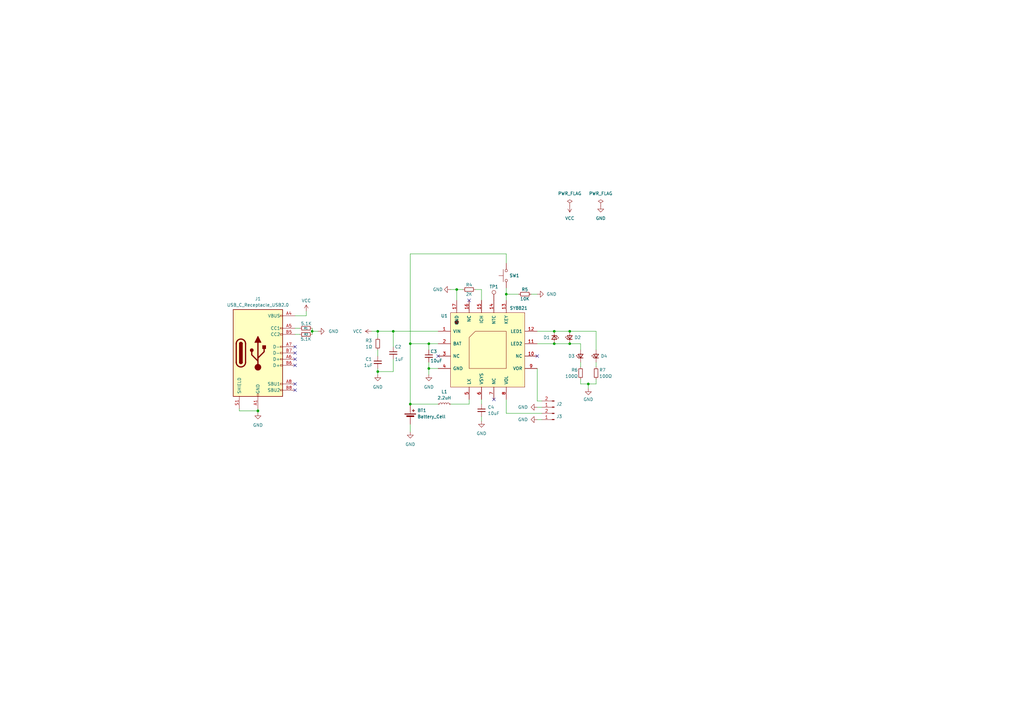
<source format=kicad_sch>
(kicad_sch (version 20230121) (generator eeschema)
  (paper "A3")
  (title_block (title "SY8821-KEY-Demo") (date "2023-11-24") (rev "1.0") (company "CyberTek Inc."))
  (lib_symbols
    (symbol "Base_Libs:SY8821" (pin_names (offset 1.016))
      (property "Reference" "U" (at 0 2.54 0))
      (property "Value" "SY8821" (at 0 -2.54 0))
      (symbol "SY8821_1_1"
        (rectangle (start -15.24 15.24) (end 15.24 -15.24) (stroke (width 0.1524)) (fill (type background)))
        (circle (center -12.7 11.43) (radius 0.762) (stroke (width 0.1524)) (fill (type outline)))
        (polyline (pts (xy -7.62 5.08) (xy -7.62 -7.62) (xy 7.62 -7.62) (xy 7.62 7.62) (xy -5.08 7.62) (xy -7.62 5.08) (xy -7.62 5.08) (xy -7.62 5.08)) (stroke (width 0.1524)))
        (pin input line (at -20.32 7.62 0) (length 5.08) (name "VIN") (number "1"))
        (pin input line (at 20.32 -2.54 180) (length 5.08) (name "NC") (number "10"))
        (pin input line (at 20.32 2.54 180) (length 5.08) (name "LED2") (number "11"))
        (pin input line (at 20.32 7.62 180) (length 5.08) (name "LED1") (number "12"))
        (pin input line (at 7.62 20.32 270) (length 5.08) (name "KEY") (number "13"))
        (pin input line (at 2.54 20.32 270) (length 5.08) (name "NTC") (number "14"))
        (pin input line (at -2.54 20.32 270) (length 5.08) (name "ICH") (number "15"))
        (pin input line (at -7.62 20.32 270) (length 5.08) (name "NC") (number "16"))
        (pin input line (at -12.7 20.32 270) (length 5.08) (name "GND") (number "17"))
        (pin input line (at -20.32 2.54 0) (length 5.08) (name "BAT") (number "2"))
        (pin input line (at -20.32 -2.54 0) (length 5.08) (name "NC") (number "3"))
        (pin input line (at -20.32 -7.62 0) (length 5.08) (name "GND") (number "4"))
        (pin input line (at -7.62 -20.32 90) (length 5.08) (name "LX") (number "5"))
        (pin input line (at -2.54 -20.32 90) (length 5.08) (name "VSYS") (number "6"))
        (pin input line (at 2.54 -20.32 90) (length 5.08) (name "NC") (number "7"))
        (pin input line (at 7.62 -20.32 90) (length 5.08) (name "VOL") (number "8"))
        (pin input line (at 20.32 -7.62 180) (length 5.08) (name "VOR") (number "9"))
      )
    )
    (symbol "Connector:Conn_01x02_Pin" (pin_names (offset 1.016) hide)
      (property "Reference" "J" (at 0 2.54 0))
      (property "Value" "Conn_01x02_Pin" (at 0 -5.08 0))
      (symbol "Conn_01x02_Pin_1_1"
        (polyline (pts (xy 1.27 -2.54) (xy 0.8636 -2.54)) (stroke (width 0.1524)))
        (polyline (pts (xy 1.27 0) (xy 0.8636 0)) (stroke (width 0.1524)))
        (rectangle (start 0.8636 -2.413) (end 0 -2.667) (stroke (width 0.1524)) (fill (type outline)))
        (rectangle (start 0.8636 0.127) (end 0 -0.127) (stroke (width 0.1524)) (fill (type outline)))
        (pin passive line (at 5.08 0 180) (length 3.81) (name "Pin_1") (number "1"))
        (pin passive line (at 5.08 -2.54 180) (length 3.81) (name "Pin_2") (number "2"))
      )
    )
    (symbol "Connector:TestPoint" (pin_numbers hide) (pin_names (offset 0.762) hide)
      (property "Reference" "TP" (at 0 6.858 0))
      (property "Value" "TestPoint" (at 0 5.08 0))
      (symbol "TestPoint_0_1"
        (circle (center 0 3.302) (radius 0.762))
      )
      (symbol "TestPoint_1_1"
        (pin passive line (at 0 0 90) (length 2.54) (name "1") (number "1"))
      )
    )
    (symbol "Connector:USB_C_Receptacle_USB2.0" (pin_names (offset 1.016))
      (property "Reference" "J" (at -10.16 19.05 0))
      (property "Value" "USB_C_Receptacle_USB2.0" (at 19.05 19.05 0))
      (symbol "USB_C_Receptacle_USB2.0_0_0"
        (rectangle (start -0.254 -17.78) (end 0.254 -16.764))
        (rectangle (start 10.16 -14.986) (end 9.144 -15.494))
        (rectangle (start 10.16 -12.446) (end 9.144 -12.954))
        (rectangle (start 10.16 -4.826) (end 9.144 -5.334))
        (rectangle (start 10.16 -2.286) (end 9.144 -2.794))
        (rectangle (start 10.16 0.254) (end 9.144 -0.254))
        (rectangle (start 10.16 2.794) (end 9.144 2.286))
        (rectangle (start 10.16 7.874) (end 9.144 7.366))
        (rectangle (start 10.16 10.414) (end 9.144 9.906))
        (rectangle (start 10.16 15.494) (end 9.144 14.986))
      )
      (symbol "USB_C_Receptacle_USB2.0_0_1"
        (rectangle (start -10.16 17.78) (end 10.16 -17.78) (stroke (width 0.254)) (fill (type background)))
        (arc (start -8.89 -3.81) (mid -6.985 -5.7067) (end -5.08 -3.81) (stroke (width 0.508)))
        (arc (start -7.62 -3.81) (mid -6.985 -4.4423) (end -6.35 -3.81) (stroke (width 0.254)))
        (arc (start -7.62 -3.81) (mid -6.985 -4.4423) (end -6.35 -3.81) (stroke (width 0.254)) (fill (type outline)))
        (rectangle (start -7.62 -3.81) (end -6.35 3.81) (stroke (width 0.254)) (fill (type outline)))
        (arc (start -6.35 3.81) (mid -6.985 4.4423) (end -7.62 3.81) (stroke (width 0.254)))
        (arc (start -6.35 3.81) (mid -6.985 4.4423) (end -7.62 3.81) (stroke (width 0.254)) (fill (type outline)))
        (arc (start -5.08 3.81) (mid -6.985 5.7067) (end -8.89 3.81) (stroke (width 0.508)))
        (circle (center -2.54 1.143) (radius 0.635) (stroke (width 0.254)) (fill (type outline)))
        (circle (center 0 -5.842) (radius 1.27) (fill (type outline)))
        (polyline (pts (xy -8.89 -3.81) (xy -8.89 3.81)) (stroke (width 0.508)))
        (polyline (pts (xy -5.08 3.81) (xy -5.08 -3.81)) (stroke (width 0.508)))
        (polyline (pts (xy 0 -5.842) (xy 0 4.318)) (stroke (width 0.508)))
        (polyline (pts (xy 0 -3.302) (xy -2.54 -0.762) (xy -2.54 0.508)) (stroke (width 0.508)))
        (polyline (pts (xy 0 -2.032) (xy 2.54 0.508) (xy 2.54 1.778)) (stroke (width 0.508)))
        (polyline (pts (xy -1.27 4.318) (xy 0 6.858) (xy 1.27 4.318) (xy -1.27 4.318)) (stroke (width 0.254)) (fill (type outline)))
        (rectangle (start 1.905 1.778) (end 3.175 3.048) (stroke (width 0.254)) (fill (type outline)))
      )
      (symbol "USB_C_Receptacle_USB2.0_1_1"
        (pin passive line (at 0 -22.86 90) (length 5.08) (name "GND") (number "A1"))
        (pin passive line (at 0 -22.86 90) (length 5.08) hide (name "GND") (number "A12"))
        (pin passive line (at 15.24 15.24 180) (length 5.08) (name "VBUS") (number "A4"))
        (pin bidirectional line (at 15.24 10.16 180) (length 5.08) (name "CC1") (number "A5"))
        (pin bidirectional line (at 15.24 -2.54 180) (length 5.08) (name "D+") (number "A6"))
        (pin bidirectional line (at 15.24 2.54 180) (length 5.08) (name "D-") (number "A7"))
        (pin bidirectional line (at 15.24 -12.7 180) (length 5.08) (name "SBU1") (number "A8"))
        (pin passive line (at 15.24 15.24 180) (length 5.08) hide (name "VBUS") (number "A9"))
        (pin passive line (at 0 -22.86 90) (length 5.08) hide (name "GND") (number "B1"))
        (pin passive line (at 0 -22.86 90) (length 5.08) hide (name "GND") (number "B12"))
        (pin passive line (at 15.24 15.24 180) (length 5.08) hide (name "VBUS") (number "B4"))
        (pin bidirectional line (at 15.24 7.62 180) (length 5.08) (name "CC2") (number "B5"))
        (pin bidirectional line (at 15.24 -5.08 180) (length 5.08) (name "D+") (number "B6"))
        (pin bidirectional line (at 15.24 0 180) (length 5.08) (name "D-") (number "B7"))
        (pin bidirectional line (at 15.24 -15.24 180) (length 5.08) (name "SBU2") (number "B8"))
        (pin passive line (at 15.24 15.24 180) (length 5.08) hide (name "VBUS") (number "B9"))
        (pin passive line (at -7.62 -22.86 90) (length 5.08) (name "SHIELD") (number "S1"))
      )
    )
    (symbol "Device:Battery_Cell" (pin_numbers hide) (pin_names (offset 0) hide)
      (property "Reference" "BT" (at 2.54 2.54 0))
      (property "Value" "Battery_Cell" (at 2.54 0 0))
      (symbol "Battery_Cell_0_1"
        (rectangle (start -2.286 1.778) (end 2.286 1.524) (fill (type outline)))
        (rectangle (start -1.524 1.016) (end 1.524 0.508) (fill (type outline)))
        (polyline (pts (xy 0 0.762) (xy 0 0)))
        (polyline (pts (xy 0 1.778) (xy 0 2.54)))
        (polyline (pts (xy 0.762 3.048) (xy 1.778 3.048)) (stroke (width 0.254)))
        (polyline (pts (xy 1.27 3.556) (xy 1.27 2.54)) (stroke (width 0.254)))
      )
      (symbol "Battery_Cell_1_1"
        (pin passive line (at 0 5.08 270) (length 2.54) (name "+") (number "1"))
        (pin passive line (at 0 -2.54 90) (length 2.54) (name "-") (number "2"))
      )
    )
    (symbol "Device:C_Small" (pin_numbers hide) (pin_names (offset 0.254) hide)
      (property "Reference" "C" (at 0.254 1.778 0))
      (property "Value" "C_Small" (at 0.254 -2.032 0))
      (symbol "C_Small_0_1"
        (polyline (pts (xy -1.524 -0.508) (xy 1.524 -0.508)) (stroke (width 0.3302)))
        (polyline (pts (xy -1.524 0.508) (xy 1.524 0.508)) (stroke (width 0.3048)))
      )
      (symbol "C_Small_1_1"
        (pin passive line (at 0 2.54 270) (length 2.032) (name "~") (number "1"))
        (pin passive line (at 0 -2.54 90) (length 2.032) (name "~") (number "2"))
      )
    )
    (symbol "Device:LED_Small" (pin_numbers hide) (pin_names (offset 0.254) hide)
      (property "Reference" "D" (at -1.27 3.175 0))
      (property "Value" "LED_Small" (at -4.445 -2.54 0))
      (symbol "LED_Small_0_1"
        (polyline (pts (xy -0.762 -1.016) (xy -0.762 1.016)) (stroke (width 0.254)))
        (polyline (pts (xy 1.016 0) (xy -0.762 0)))
        (polyline (pts (xy 0.762 -1.016) (xy -0.762 0) (xy 0.762 1.016) (xy 0.762 -1.016)) (stroke (width 0.254)))
        (polyline (pts (xy 0 0.762) (xy -0.508 1.27) (xy -0.254 1.27) (xy -0.508 1.27) (xy -0.508 1.016)))
        (polyline (pts (xy 0.508 1.27) (xy 0 1.778) (xy 0.254 1.778) (xy 0 1.778) (xy 0 1.524)))
      )
      (symbol "LED_Small_1_1"
        (pin passive line (at -2.54 0 0) (length 1.778) (name "K") (number "1"))
        (pin passive line (at 2.54 0 180) (length 1.778) (name "A") (number "2"))
      )
    )
    (symbol "Device:L_Small" (pin_numbers hide) (pin_names (offset 0.254) hide)
      (property "Reference" "L" (at 0.762 1.016 0))
      (property "Value" "L_Small" (at 0.762 -1.016 0))
      (symbol "L_Small_0_1"
        (arc (start 0 -2.032) (mid 0.5058 -1.524) (end 0 -1.016))
        (arc (start 0 -1.016) (mid 0.5058 -0.508) (end 0 0))
        (arc (start 0 0) (mid 0.5058 0.508) (end 0 1.016))
        (arc (start 0 1.016) (mid 0.5058 1.524) (end 0 2.032))
      )
      (symbol "L_Small_1_1"
        (pin passive line (at 0 2.54 270) (length 0.508) (name "~") (number "1"))
        (pin passive line (at 0 -2.54 90) (length 0.508) (name "~") (number "2"))
      )
    )
    (symbol "Device:R_Small" (pin_numbers hide) (pin_names (offset 0.254) hide)
      (property "Reference" "R" (at 0.762 0.508 0))
      (property "Value" "R_Small" (at 0.762 -1.016 0))
      (symbol "R_Small_0_1"
        (rectangle (start -0.762 1.778) (end 0.762 -1.778) (stroke (width 0.2032)))
      )
      (symbol "R_Small_1_1"
        (pin passive line (at 0 2.54 270) (length 0.762) (name "~") (number "1"))
        (pin passive line (at 0 -2.54 90) (length 0.762) (name "~") (number "2"))
      )
    )
    (symbol "Switch:SW_Push" (pin_numbers hide) (pin_names (offset 1.016) hide)
      (property "Reference" "SW" (at 1.27 2.54 0))
      (property "Value" "SW_Push" (at 0 -1.524 0))
      (symbol "SW_Push_0_1"
        (circle (center -2.032 0) (radius 0.508))
        (polyline (pts (xy 0 1.27) (xy 0 3.048)))
        (polyline (pts (xy 2.54 1.27) (xy -2.54 1.27)))
        (circle (center 2.032 0) (radius 0.508))
        (pin passive line (at -5.08 0 0) (length 2.54) (name "1") (number "1"))
        (pin passive line (at 5.08 0 180) (length 2.54) (name "2") (number "2"))
      )
    )
    (symbol "power:GND" (power) (pin_names (offset 0))
      (property "Value" "GND" (at 0 -3.81 0))
      (symbol "GND_0_1"
        (polyline (pts (xy 0 0) (xy 0 -1.27) (xy 1.27 -1.27) (xy 0 -2.54) (xy -1.27 -1.27) (xy 0 -1.27)))
      )
      (symbol "GND_1_1"
        (pin power_in line (at 0 0 270) (length 0) hide (name "GND") (number "1"))
      )
    )
    (symbol "power:PWR_FLAG" (power) (pin_numbers hide) (pin_names (offset 0) hide)
      (property "Value" "PWR_FLAG" (at 0 3.81 0))
      (symbol "PWR_FLAG_0_0"
        (pin power_out line (at 0 0 90) (length 0) (name "pwr") (number "1"))
      )
      (symbol "PWR_FLAG_0_1"
        (polyline (pts (xy 0 0) (xy 0 1.27) (xy -1.016 1.905) (xy 0 2.54) (xy 1.016 1.905) (xy 0 1.27)))
      )
    )
    (symbol "power:VCC" (power) (pin_names (offset 0))
      (property "Value" "VCC" (at 0 3.81 0))
      (symbol "VCC_0_1"
        (polyline (pts (xy -0.762 1.27) (xy 0 2.54)))
        (polyline (pts (xy 0 0) (xy 0 2.54)))
        (polyline (pts (xy 0 2.54) (xy 0.762 1.27)))
      )
      (symbol "VCC_1_1"
        (pin power_in line (at 0 0 90) (length 0) hide (name "VCC") (number "1"))
      )
    )
  )
  (junction (at 161.29 135.89))
  (junction (at 227.33 140.97))
  (junction (at 227.33 135.89))
  (junction (at 233.68 135.89))
  (junction (at 128.016 135.89))
  (junction (at 154.94 152.4))
  (junction (at 241.3 157.48))
  (junction (at 105.791 168.529))
  (junction (at 233.68 140.97))
  (junction (at 175.895 151.13))
  (junction (at 175.895 140.97))
  (junction (at 154.94 135.89))
  (junction (at 187.325 118.745))
  (junction (at 168.275 165.735))
  (junction (at 168.275 140.97))
  (junction (at 207.645 120.65))
  (no_connect (at 121.031 160.02))
  (no_connect (at 121.031 144.78))
  (no_connect (at 179.705 146.05))
  (no_connect (at 121.031 157.48))
  (no_connect (at 121.031 142.24))
  (no_connect (at 121.031 147.32))
  (no_connect (at 202.565 163.83))
  (no_connect (at 121.031 149.86))
  (no_connect (at 220.345 146.05))
  (no_connect (at 192.405 123.19))
  (wire (pts (xy 175.895 148.59) (xy 175.895 151.13)))
  (wire (pts (xy 233.68 135.89) (xy 244.475 135.89)))
  (wire (pts (xy 98.171 167.64) (xy 98.171 168.529)))
  (wire (pts (xy 238.125 140.97) (xy 238.125 143.51)))
  (wire (pts (xy 220.345 151.13) (xy 220.345 164.465)))
  (wire (pts (xy 154.94 135.89) (xy 154.94 138.43)))
  (wire (pts (xy 168.275 140.97) (xy 175.895 140.97)))
  (wire (pts (xy 175.895 140.97) (xy 179.705 140.97)))
  (wire (pts (xy 207.645 104.14) (xy 207.645 107.95)))
  (wire (pts (xy 98.171 168.529) (xy 105.791 168.529)))
  (wire (pts (xy 227.33 135.89) (xy 233.68 135.89)))
  (wire (pts (xy 227.33 140.97) (xy 233.68 140.97)))
  (wire (pts (xy 128.016 135.89) (xy 130.429 135.89)))
  (wire (pts (xy 244.475 155.575) (xy 244.475 157.48)))
  (wire (pts (xy 105.791 167.64) (xy 105.791 168.529)))
  (wire (pts (xy 192.405 165.735) (xy 192.405 163.83)))
  (wire (pts (xy 220.345 172.085) (xy 222.25 172.085)))
  (wire (pts (xy 168.275 140.97) (xy 168.275 104.14)))
  (wire (pts (xy 217.805 120.65) (xy 220.345 120.65)))
  (wire (pts (xy 187.325 118.745) (xy 189.865 118.745)))
  (wire (pts (xy 184.785 165.735) (xy 192.405 165.735)))
  (wire (pts (xy 220.345 164.465) (xy 222.25 164.465)))
  (wire (pts (xy 238.125 155.575) (xy 238.125 157.48)))
  (wire (pts (xy 238.125 157.48) (xy 241.3 157.48)))
  (wire (pts (xy 238.125 148.59) (xy 238.125 150.495)))
  (wire (pts (xy 175.895 140.97) (xy 175.895 143.51)))
  (wire (pts (xy 168.275 165.735) (xy 179.705 165.735)))
  (wire (pts (xy 128.016 134.62) (xy 128.016 135.89)))
  (wire (pts (xy 168.275 173.99) (xy 168.275 177.165)))
  (wire (pts (xy 207.645 163.83) (xy 207.645 169.545)))
  (wire (pts (xy 121.031 129.54) (xy 125.603 129.54)))
  (wire (pts (xy 128.016 135.89) (xy 128.016 137.16)))
  (wire (pts (xy 207.645 169.545) (xy 222.25 169.545)))
  (wire (pts (xy 184.785 118.745) (xy 187.325 118.745)))
  (wire (pts (xy 152.4 135.89) (xy 154.94 135.89)))
  (wire (pts (xy 154.94 152.4) (xy 154.94 153.67)))
  (wire (pts (xy 244.475 148.59) (xy 244.475 150.495)))
  (wire (pts (xy 154.94 135.89) (xy 161.29 135.89)))
  (wire (pts (xy 233.68 140.97) (xy 238.125 140.97)))
  (wire (pts (xy 197.485 123.19) (xy 197.485 118.745)))
  (wire (pts (xy 105.791 168.529) (xy 105.791 169.291)))
  (wire (pts (xy 207.645 120.65) (xy 212.725 120.65)))
  (wire (pts (xy 168.275 165.735) (xy 168.275 140.97)))
  (wire (pts (xy 220.345 140.97) (xy 227.33 140.97)))
  (wire (pts (xy 175.895 151.13) (xy 175.895 153.67)))
  (wire (pts (xy 121.031 137.16) (xy 122.936 137.16)))
  (wire (pts (xy 168.275 166.37) (xy 168.275 165.735)))
  (wire (pts (xy 154.94 151.13) (xy 154.94 152.4)))
  (wire (pts (xy 161.29 152.4) (xy 154.94 152.4)))
  (wire (pts (xy 154.94 143.51) (xy 154.94 146.05)))
  (wire (pts (xy 161.29 135.89) (xy 161.29 142.24)))
  (wire (pts (xy 197.485 170.815) (xy 197.485 172.72)))
  (wire (pts (xy 197.485 163.83) (xy 197.485 165.735)))
  (wire (pts (xy 161.29 147.32) (xy 161.29 152.4)))
  (wire (pts (xy 175.895 151.13) (xy 179.705 151.13)))
  (wire (pts (xy 161.29 135.89) (xy 179.705 135.89)))
  (wire (pts (xy 121.031 134.62) (xy 122.936 134.62)))
  (wire (pts (xy 168.275 104.14) (xy 207.645 104.14)))
  (wire (pts (xy 125.603 129.54) (xy 125.603 127.635)))
  (wire (pts (xy 244.475 135.89) (xy 244.475 143.51)))
  (wire (pts (xy 187.325 118.745) (xy 187.325 123.19)))
  (wire (pts (xy 207.645 120.65) (xy 207.645 123.19)))
  (wire (pts (xy 220.345 135.89) (xy 227.33 135.89)))
  (wire (pts (xy 241.3 157.48) (xy 241.3 159.385)))
  (wire (pts (xy 241.3 157.48) (xy 244.475 157.48)))
  (wire (pts (xy 207.645 118.11) (xy 207.645 120.65)))
  (wire (pts (xy 220.345 167.005) (xy 222.25 167.005)))
  (wire (pts (xy 197.485 118.745) (xy 194.945 118.745)))
  (symbol (lib_id "Base_Libs:SY8821") (at 200.025 143.51 0) (unit 1)
    (property "Reference" "U1" (at 182.245 129.54 0))
    (property "Value" "SY8821" (at 212.725 126.365 0))
    (property "Footprint" "Package_DFN_QFN:LQFN-16-1EP_3x3mm_P0.5mm_EP1.7x1.7mm" (effects hide))
  )
  (symbol (lib_id "Device:C_Small") (at 197.485 168.275 0) (unit 1)
    (property "Reference" "C4" (at 200.025 167.0113 0) (effects (justify left)))
    (property "Value" "10uF" (at 200.025 169.5513 0) (effects (justify left)))
    (property "Footprint" "Capacitor_SMD:C_0402_1005Metric" (effects hide))
  )
  (symbol (lib_id "power:PWR_FLAG") (at 233.68 84.455 0) (unit 1)
    (property "Reference" "#FLG01" (effects hide))
    (property "Value" "PWR_FLAG" (at 233.68 79.375 0))
  )
  (symbol (lib_id "power:PWR_FLAG") (at 246.38 84.455 0) (unit 1)
    (property "Reference" "#FLG02" (effects hide))
    (property "Value" "PWR_FLAG" (at 246.38 79.375 0))
  )
  (symbol (lib_id "power:GND") (at 241.3 159.385 0) (unit 1)
    (property "Reference" "#PWR014" (effects hide))
    (property "Value" "GND" (at 241.3 163.83 0))
  )
  (symbol (lib_id "power:GND") (at 246.38 84.455 0) (unit 1)
    (property "Reference" "#PWR015" (effects hide))
    (property "Value" "GND" (at 246.38 89.535 0))
  )
  (symbol (lib_id "Device:L_Small") (at 182.245 165.735 90) (unit 1)
    (property "Reference" "L1" (at 182.245 160.655 90))
    (property "Value" "2.2uH" (at 182.245 163.195 90))
    (property "Footprint" "Inductor_SMD:L_Sunlord_SWPA252012S" (effects hide))
  )
  (symbol (lib_id "Connector:Conn_01x02_Pin") (at 227.33 172.085 180) (unit 1)
    (property "Reference" "J3" (at 229.362 170.815 0))
    (property "Value" "Conn_01x02_Pin" (effects hide))
    (property "Footprint" "Extra_Libs:CONN-SMD_2.54-2PWT" (effects hide))
  )
  (symbol (lib_id "power:GND") (at 175.895 153.67 0) (unit 1)
    (property "Reference" "#PWR07" (effects hide))
    (property "Value" "GND" (at 175.895 158.75 0))
  )
  (symbol (lib_id "power:GND") (at 105.791 169.291 0) (unit 1)
    (property "Reference" "#PWR01" (effects hide))
    (property "Value" "GND" (at 105.791 174.371 0))
  )
  (symbol (lib_id "Switch:SW_Push") (at 207.645 113.03 90) (unit 1)
    (property "Reference" "SW1" (at 208.915 113.03 90) (effects (justify right)))
    (property "Value" "SW_Push" (effects hide))
    (property "Footprint" "Extra_Libs:SW-SMD_L3.9-W2.9-LS4.8" (effects hide))
  )
  (symbol (lib_id "Device:LED_Small") (at 238.125 146.05 90) (unit 1)
    (property "Reference" "D3" (at 233.045 146.05 90) (effects (justify right)))
    (property "Footprint" "LED_SMD:LED_0402_1005Metric" (effects hide))
  )
  (symbol (lib_id "Connector:USB_C_Receptacle_USB2.0") (at 105.791 144.78 0) (unit 1)
    (property "Reference" "J1" (at 105.791 122.555 0))
    (property "Value" "USB_C_Receptacle_USB2.0" (at 105.791 125.095 0))
    (property "Footprint" "Extra_Libs:USB-C_16Pin" (effects hide))
    (property "Datasheet" "https://www.usb.org/sites/default/files/documents/usb_type-c.zip" (effects hide))
  )
  (symbol (lib_id "power:VCC") (at 125.603 127.635 0) (unit 1)
    (property "Reference" "#PWR02" (effects hide))
    (property "Value" "VCC" (at 125.603 123.317 0))
  )
  (symbol (lib_id "Device:Battery_Cell") (at 168.275 171.45 0) (unit 1)
    (property "Reference" "BT1" (at 171.196 168.3385 0) (effects (justify left)))
    (property "Value" "Battery_Cell" (at 171.196 170.8785 0) (effects (justify left)))
    (property "Footprint" "Extra_Libs:CONN-SMD_2.54-2PWT" (effects hide))
  )
  (symbol (lib_id "power:GND") (at 154.94 153.67 0) (unit 1)
    (property "Reference" "#PWR05" (effects hide))
    (property "Value" "GND" (at 154.94 158.75 0))
  )
  (symbol (lib_id "power:VCC") (at 152.4 135.89 90) (unit 1)
    (property "Reference" "#PWR04" (effects hide))
    (property "Value" "VCC" (at 148.59 135.89 90) (effects (justify left)))
  )
  (symbol (lib_id "Device:LED_Small") (at 244.475 146.05 90) (unit 1)
    (property "Reference" "D4" (at 246.38 146.05 90) (effects (justify right)))
    (property "Footprint" "LED_SMD:LED_0402_1005Metric" (effects hide))
  )
  (symbol (lib_id "Device:R_Small") (at 244.475 153.035 0) (unit 1)
    (property "Reference" "R7" (at 245.745 151.765 0) (effects (justify left)))
    (property "Value" "100Ω" (at 245.745 154.305 0) (effects (justify left)))
    (property "Footprint" "Resistor_SMD:R_0402_1005Metric" (effects hide))
  )
  (symbol (lib_id "Connector:Conn_01x02_Pin") (at 227.33 167.005 180) (unit 1)
    (property "Reference" "J2" (at 229.362 165.735 0))
    (property "Value" "Conn_01x02_Pin" (effects hide))
    (property "Footprint" "Extra_Libs:CONN-SMD_2.54-2PWT" (effects hide))
  )
  (symbol (lib_id "Device:R_Small") (at 192.405 118.745 90) (unit 1)
    (property "Reference" "R4" (at 192.405 116.84 90))
    (property "Value" "2K" (at 192.405 120.65 90))
    (property "Footprint" "Resistor_SMD:R_0402_1005Metric" (effects hide))
  )
  (symbol (lib_id "Device:R_Small") (at 215.265 120.65 90) (unit 1)
    (property "Reference" "R5" (at 215.265 118.745 90))
    (property "Value" "10K" (at 215.265 122.555 90))
    (property "Footprint" "Resistor_SMD:R_0402_1005Metric" (effects hide))
  )
  (symbol (lib_id "Device:R_Small") (at 238.125 153.035 0) (unit 1)
    (property "Reference" "R6" (at 234.315 151.765 0) (effects (justify left)))
    (property "Value" "100Ω" (at 231.775 154.305 0) (effects (justify left)))
    (property "Footprint" "Resistor_SMD:R_0402_1005Metric" (effects hide))
  )
  (symbol (lib_id "Device:C_Small") (at 175.895 146.05 0) (unit 1)
    (property "Reference" "C3" (at 176.53 144.145 0) (effects (justify left)))
    (property "Value" "10uF" (at 176.53 147.955 0) (effects (justify left)))
    (property "Footprint" "Capacitor_SMD:C_0402_1005Metric" (effects hide))
  )
  (symbol (lib_id "Device:R_Small") (at 125.476 134.62 90) (unit 1)
    (property "Reference" "R1" (at 125.476 134.6708 90) (effects (font (size 0.8 0.8))))
    (property "Value" "5.1K" (at 125.603 132.715 90))
    (property "Footprint" "Resistor_SMD:R_0402_1005Metric" (effects hide))
  )
  (symbol (lib_id "power:VCC") (at 233.68 84.455 180) (unit 1)
    (property "Reference" "#PWR013" (effects hide))
    (property "Value" "VCC" (at 233.68 89.535 0))
  )
  (symbol (lib_id "Device:LED_Small") (at 227.33 138.43 270) (unit 1)
    (property "Reference" "D1" (at 222.885 138.43 90) (effects (justify left)))
    (property "Footprint" "LED_SMD:LED_0402_1005Metric" (effects hide))
  )
  (symbol (lib_id "power:GND") (at 220.345 172.085 270) (unit 1)
    (property "Reference" "#PWR012" (effects hide))
    (property "Value" "GND" (at 216.535 172.085 90) (effects (justify right)))
  )
  (symbol (lib_id "power:GND") (at 184.785 118.745 270) (unit 1)
    (property "Reference" "#PWR08" (effects hide))
    (property "Value" "GND" (at 181.61 118.745 90) (effects (justify right)))
  )
  (symbol (lib_id "power:GND") (at 220.345 167.005 270) (unit 1)
    (property "Reference" "#PWR011" (effects hide))
    (property "Value" "GND" (at 216.535 167.005 90) (effects (justify right)))
  )
  (symbol (lib_id "power:GND") (at 168.275 177.165 0) (unit 1)
    (property "Reference" "#PWR06" (effects hide))
    (property "Value" "GND" (at 168.275 182.245 0))
  )
  (symbol (lib_id "power:GND") (at 220.345 120.65 90) (unit 1)
    (property "Reference" "#PWR010" (effects hide))
    (property "Value" "GND" (at 224.155 120.65 90) (effects (justify right)))
  )
  (symbol (lib_id "Device:LED_Small") (at 233.68 138.43 90) (unit 1)
    (property "Reference" "D2" (at 235.585 138.43 90) (effects (justify right)))
    (property "Footprint" "LED_SMD:LED_0402_1005Metric" (effects hide))
  )
  (symbol (lib_id "power:GND") (at 197.485 172.72 0) (unit 1)
    (property "Reference" "#PWR09" (effects hide))
    (property "Value" "GND" (at 197.485 177.8 0))
  )
  (symbol (lib_id "Device:C_Small") (at 161.29 144.78 0) (unit 1)
    (property "Reference" "C2" (at 161.925 142.24 0) (effects (justify left)))
    (property "Value" "1uF" (at 161.925 147.32 0) (effects (justify left)))
    (property "Footprint" "Capacitor_SMD:C_0402_1005Metric" (effects hide))
  )
  (symbol (lib_id "Device:R_Small") (at 154.94 140.97 0) (unit 1)
    (property "Reference" "R3" (at 149.86 139.7 0) (effects (justify left)))
    (property "Value" "1Ω" (at 149.86 142.24 0) (effects (justify left)))
    (property "Footprint" "Resistor_SMD:R_0402_1005Metric" (effects hide))
  )
  (symbol (lib_id "Device:C_Small") (at 154.94 148.59 0) (unit 1)
    (property "Reference" "C1" (at 149.86 147.32 0) (effects (justify left)))
    (property "Value" "1uF" (at 149.225 149.86 0) (effects (justify left)))
    (property "Footprint" "Capacitor_SMD:C_0402_1005Metric" (effects hide))
  )
  (symbol (lib_id "power:GND") (at 130.429 135.89 90) (unit 1)
    (property "Reference" "#PWR03" (effects hide))
    (property "Value" "GND" (at 134.747 135.89 90) (effects (justify right)))
  )
  (symbol (lib_id "Device:R_Small") (at 125.476 137.16 90) (unit 1)
    (property "Reference" "R2" (at 125.5268 137.1854 90) (effects (font (size 0.8 0.8))))
    (property "Value" "5.1K" (at 125.476 139.065 90))
    (property "Footprint" "Resistor_SMD:R_0402_1005Metric" (effects hide))
  )
  (symbol (lib_id "Connector:TestPoint") (at 202.565 123.19 0) (unit 1)
    (property "Reference" "TP1" (at 202.565 117.602 0))
    (property "Value" "NTC" (effects hide))
    (property "Footprint" "TestPoint:TestPoint_Pad_D1.5mm" (effects hide))
  )
)
</source>
